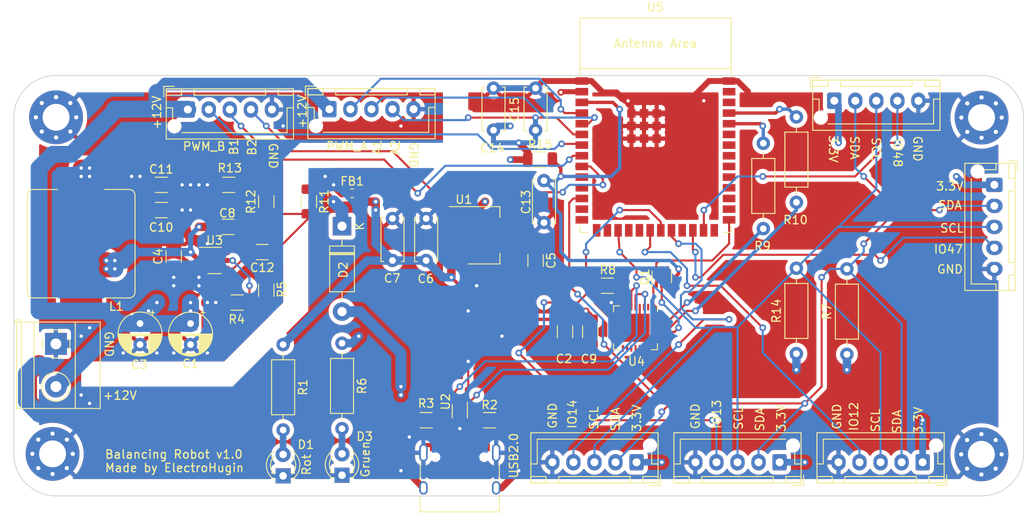
<source format=kicad_pcb>
(kicad_pcb (version 20221018) (generator pcbnew)
  (layers (0 "F.Cu" signal) (1 "In1.Cu" power) (2 "In2.Cu" power) (31 "B.Cu" signal) (34 "B.Paste" user) (35 "F.Paste" user) (36 "B.SilkS" user "B.Silkscreen") (37 "F.SilkS" user "F.Silkscreen") (38 "B.Mask" user) (39 "F.Mask" user) (44 "Edge.Cuts" user))
  (net 0 "")
  (net 1 "+5V")
  (net 2 "GND")
  (net 3 "+12VA")
  (net 4 "+3.3V")
  (net 5 "Net-(U3-BOOT)")
  (net 6 "Net-(U3-SW)")
  (net 7 "+5VP")
  (net 8 "Net-(U3-FB)")
  (net 9 "/EN")
  (net 10 "Net-(D1-A)")
  (net 11 "Net-(D2-A)")
  (net 12 "Net-(D3-A)")
  (net 13 "Net-(J2-CC1)")
  (net 14 "Net-(J2-D+-PadA6)")
  (net 15 "Net-(J2-D--PadA7)")
  (net 17 "Net-(J2-CC2)")
  (net 19 "/SDA")
  (net 20 "/SCL")
  (net 21 "/PWM_A")
  (net 22 "/A1")
  (net 23 "/A2")
  (net 24 "/PWM_B")
  (net 25 "/B1")
  (net 26 "/B2")
  (net 27 "/DTR")
  (net 28 "/RTS")
  (net 29 "/IO0")
  (net 30 "Net-(U3-EN)")
  (net 31 "+3.3VA")
  (net 32 "Net-(U4-~{RST})")
  (net 33 "Net-(U4-TXD)")
  (net 34 "/RXD")
  (net 35 "Net-(U4-RXD)")
  (net 36 "/TXD")
  (net 37 "Net-(U4-D-)")
  (net 38 "Net-(U4-D+)")
  (net 74 "Net-(C12-Pad1)")
  (net 77 "/RES_1")
  (net 78 "/MPU6050")
  (net 79 "/RES_2")
  (net 80 "/VL53L0X")
  (net 81 "/RES_3")
  (footprint "TerminalBlock_Phoenix:TerminalBlock_Phoenix_MKDS-1,5-2-5.08_1x02_P5.08mm_Horizontal" (layer "F.Cu") (at 98 99.92 -90)
    (fp_text reference "J1" hide)
    (fp_text value "Screw_Terminal_01x02")
  )
  (footprint "Package_TO_SOT_SMD:SOT-363_SC-70-6" (layer "F.Cu") (at 170 91.95 90)
    (fp_text reference "Q1")
    (fp_text value "UMH3N")
  )
  (footprint "Capacitor_SMD:C_1206_3216Metric" (layer "F.Cu") (at 158.5 98.475 -90)
    (fp_text reference "C2")
    (fp_text value "22u")
  )
  (footprint "LED_THT:LED_D3.0mm" (layer "F.Cu") (at 132 115.54 90)
    (fp_text reference "D3")
    (fp_text value "GREEN")
  )
  (footprint "Capacitor_THT:C_Disc_D5.0mm_W2.5mm_P5.00mm" (layer "F.Cu") (at 155 74.5 90)
    (fp_text reference "C15")
    (fp_text value "100n")
  )
  (footprint "MountingHole:MountingHole_3.2mm_M3_Pad_Via" (layer "F.Cu") (at 97.6 113)
    (fp_text reference "H3" hide)
    (fp_text value "Hole_Pad")
  )
  (footprint "Connector_JST:JST_XH_B5B-XH-AM_1x05_P2.50mm_Vertical" (layer "F.Cu") (at 184 114 180)
    (fp_text reference "J5" hide)
    (fp_text value "Conn_01x05")
  )
  (footprint "Connector_JST:JST_XH_B5B-XH-AM_1x05_P2.50mm_Vertical" (layer "F.Cu") (at 201 114 180)
    (fp_text reference "J3" hide)
    (fp_text value "Conn_01x05")
  )
  (footprint "Resistor_SMD:R_1206_3216Metric" (layer "F.Cu") (at 149.5375 109)
    (fp_text reference "R2")
    (fp_text value "5k1")
  )
  (footprint "Capacitor_SMD:C_1206_3216Metric" (layer "F.Cu") (at 161.5 98.475 -90)
    (fp_text reference "C9")
    (fp_text value "4u7")
  )
  (footprint "Connector_JST:JST_XH_B5B-XH-AM_1x05_P2.50mm_Vertical" (layer "F.Cu") (at 209.525 81 -90)
    (fp_text reference "J4" hide)
    (fp_text value "Conn_01x05")
  )
  (footprint "Diode_THT:D_DO-41_SOD81_P10.16mm_Horizontal" (layer "F.Cu") (at 132 85.92 -90)
    (fp_text reference "D2")
    (fp_text value "1N5819")
  )
  (footprint "Connector_USB:USB_C_Receptacle_HRO_TYPE-C-31-M-12" (layer "F.Cu") (at 146 116)
    (fp_text reference "J2" hide)
    (fp_text value "USB_C_Receptacle_USB2.0")
  )
  (footprint "Connector_JST:JST_XH_B5B-XH-AM_1x05_P2.50mm_Vertical" (layer "F.Cu") (at 130.5 72)
    (fp_text reference "J8" hide)
    (fp_text value "Conn_01x05")
  )
  (footprint "MountingHole:MountingHole_3.2mm_M3_Pad_Via" (layer "F.Cu") (at 208 73)
    (fp_text reference "H1" hide)
    (fp_text value "Hole_Pad")
  )
  (footprint "Capacitor_THT:C_Disc_D5.0mm_W2.5mm_P5.00mm" (layer "F.Cu") (at 156 80.5 -90)
    (fp_text reference "C13")
    (fp_text value "100n")
  )
  (footprint "LED_THT:LED_D3.0mm" (layer "F.Cu") (at 125 115.62 90)
    (fp_text reference "D1")
    (fp_text value "RED")
  )
  (footprint "Resistor_THT:R_Axial_DIN0207_L6.3mm_D2.5mm_P10.16mm_Horizontal" (layer "F.Cu") (at 182.06309 86.213588 90)
    (fp_text reference "R9")
    (fp_text value "22R")
  )
  (footprint "Inductor_SMD:L_0603_1608Metric" (layer "F.Cu") (at 133.2125 82)
    (fp_text reference "FB1")
    (fp_text value "BLM21PG221")
  )
  (footprint "MountingHole:MountingHole_3.2mm_M3_Pad_Via" (layer "F.Cu") (at 98.017235 72.965203)
    (fp_text reference "H2" hide)
    (fp_text value "Hole_Pad")
  )
  (footprint "Capacitor_SMD:C_1206_3216Metric" (layer "F.Cu") (at 112 89.525 90)
    (fp_text reference "C4")
    (fp_text value "0.1u")
  )
  (footprint "Connector_JST:JST_XH_B5B-XH-AM_1x05_P2.50mm_Vertical" (layer "F.Cu") (at 167 114 180)
    (fp_text reference "J7" hide)
    (fp_text value "Conn_01x05")
  )
  (footprint "Capacitor_SMD:C_1206_3216Metric" (layer "F.Cu") (at 155 90 -90)
    (fp_text reference "C5")
    (fp_text value "22u")
  )
  (footprint "Resistor_SMD:R_1206_3216Metric" (layer "F.Cu") (at 155.5375 78)
    (fp_text reference "R15")
    (fp_text value "10k")
  )
  (footprint "Resistor_THT:R_Axial_DIN0207_L6.3mm_D2.5mm_P10.16mm_Horizontal" (layer "F.Cu") (at 186 83.08 90)
    (fp_text reference "R10")
    (fp_text value "22R")
  )
  (footprint "Capacitor_THT:CP_Radial_D5.0mm_P2.50mm" (layer "F.Cu") (at 108 97.5 -90)
    (fp_text reference "C3")
    (fp_text value "10u")
  )
  (footprint "Capacitor_THT:C_Disc_D5.0mm_W2.5mm_P5.00mm" (layer "F.Cu") (at 142 90 90)
    (fp_text reference "C6")
    (fp_text value "22u")
  )
  (footprint "Capacitor_SMD:C_1206_3216Metric" (layer "F.Cu") (at 110.525 84)
    (fp_text reference "C10")
    (fp_text value "22u")
  )
  (footprint "Capacitor_THT:C_Disc_D5.0mm_W2.5mm_P5.00mm" (layer "F.Cu") (at 138 90 90)
    (fp_text reference "C7")
    (fp_text value "100n")
  )
  (footprint "Resistor_SMD:R_1206_3216Metric" (layer "F.Cu") (at 118.5375 81 180)
    (fp_text reference "R13")
    (fp_text value "13k3")
  )
  (footprint "Resistor_THT:R_Axial_DIN0207_L6.3mm_D2.5mm_P10.16mm_Horizontal" (layer "F.Cu") (at 186 101.08 90)
    (fp_text reference "R14")
    (fp_text value "3k3")
  )
  (footprint "Resistor_SMD:R_1206_3216Metric" (layer "F.Cu") (at 123 93.5375 90)
    (fp_text reference "R5")
    (fp_text value "105k")
  )
  (footprint "Connector_JST:JST_XH_B5B-XH-AM_1x05_P2.50mm_Vertical" (layer "F.Cu") (at 190.5 71)
    (fp_text reference "J6" hide)
    (fp_text value "Conn_01x05")
  )
  (footprint "Capacitor_THT:C_Disc_D5.0mm_W2.5mm_P5.00mm" (layer "F.Cu") (at 150 74.5 90)
    (fp_text reference "C14")
    (fp_text value "22u")
  )
  (footprint "Resistor_SMD:R_1206_3216Metric" (layer "F.Cu") (at 128.063184 82.981592 -90)
    (fp_text reference "R11")
    (fp_text value "49.9")
  )
  (footprint "Inductor_SMD:L_Bourns_SRP1245A" (layer "F.Cu") (at 101 88 90)
    (fp_text reference "L1")
    (fp_text value "10u")
  )
  (footprint "Capacitor_SMD:C_1206_3216Metric" (layer "F.Cu") (at 110.525 81)
    (fp_text reference "C11")
    (fp_text value "22u")
  )
  (footprint "Resistor_SMD:R_1206_3216Metric" (layer "F.Cu") (at 142 109 180)
    (fp_text reference "R3")
    (fp_text value "5k1")
  )
  (footprint "Capacitor_SMD:C_1206_3216Metric" (layer "F.Cu") (at 122.525 89 180)
    (fp_text reference "C12")
    (fp_text value "75p")
  )
  (footprint "Resistor_THT:R_Axial_DIN0207_L6.3mm_D2.5mm_P10.16mm_Horizontal" (layer "F.Cu") (at 125 100 -90)
    (fp_text reference "R1")
    (fp_text value "1K")
  )
  (footprint "Resistor_SMD:R_1206_3216Metric" (layer "F.Cu") (at 123 83 90)
    (fp_text reference "R12")
    (fp_text value "100k")
  )
  (footprint "Resistor_THT:R_Axial_DIN0207_L6.3mm_D2.5mm_P10.16mm_Horizontal" (layer "F.Cu") (at 132 99.84 -90)
    (fp_text reference "R6")
    (fp_text value "1K")
  )
  (footprint "PCM_Espressif:ESP32-S3-WROOM-2" (layer "F.Cu") (at 169.25 76.91)
    (fp_text reference "U5")
    (fp_text value "ESP32-S3-WROOM-2")
  )
  (footprint "Package_TO_SOT_SMD:SOT-223-3_TabPin2" (layer "F.Cu") (at 148.85 87)
    (fp_text reference "U1")
    (fp_text value "TLV1117LV-3.3")
  )
  (footprint "Package_TO_SOT_SMD:SOT-666" (layer "F.Cu") (at 146 107.925 -90)
    (fp_text reference "U2")
    (fp_text value "USBLC6-2P6")
  )
  (footprint "Resistor_THT:R_Axial_DIN0207_L6.3mm_D2.5mm_P10.16mm_Horizontal" (layer "F.Cu") (at 192 101.16 90)
    (fp_text reference "R7")
    (fp_text value "3k3")
  )
  (footprint "Package_DFN_QFN:QFN-28-1EP_5x5mm_P0.5mm_EP3.35x3.35mm" (layer "F.Cu") (at 166.88 98 -90)
    (fp_text reference "U4")
    (fp_text value "CP2102N-Axx-xQFN28")
  )
  (footprint "Capacitor_SMD:C_1206_3216Metric" (layer "F.Cu") (at 118.475 86 180)
    (fp_text reference "C8")
    (fp_text value "0.1u")
  )
  (footprint "Resistor_SMD:R_1206_3216Metric" (layer "F.Cu") (at 163.5375 93 180)
    (fp_text reference "R8")
    (fp_text value "10k")
  )
  (footprint "Package_TO_SOT_SMD:SOT-23-6" (layer "F.Cu") (at 116.8625 90)
    (fp_text reference "U3")
    (fp_text value "TPS54302")
  )
  (footprint "MountingHole:MountingHole_3.2mm_M3_Pad_Via" (layer "F.Cu") (at 207.982076 113.056981)
    (fp_text reference "H4" hide)
    (fp_text value "Hole_Pad")
  )
  (footprint "Connector_JST:JST_XH_B5B-XH-AM_1x05_P2.50mm_Vertical" (layer "F.Cu") (at 113.673618 72.037026)
    (fp_text reference "J9" hide)
    (fp_text value "Conn_01x05")
  )
  (footprint "Capacitor_THT:CP_Radial_D5.0mm_P2.50mm" (layer "F.Cu") (at 114 97.5 -90)
    (fp_text reference "C1")
    (fp_text value "1u")
  )
  (footprint "Resistor_SMD:R_1206_3216Metric" (layer "F.Cu") (at 119.5375 95)
    (fp_text reference "R4")
    (fp_text value "511k")
  )
  (gr_arc (start 208 68) (mid 211.535534 69.464466) (end 213 73) (stroke (width 0.1)) (layer "Edge.Cuts"))
  (gr_arc (start 213 113) (mid 211.535534 116.535534) (end 208 118) (stroke (width 0.1)) (layer "Edge.Cuts"))
  (gr_line (start 93 73) (end 93 113) (stroke (width 0.1)) (layer "Edge.Cuts"))
  (gr_arc (start 98 118) (mid 94.464466 116.535534) (end 93 113) (stroke (width 0.1)) (layer "Edge.Cuts"))
  (gr_line (start 98 118) (end 208 118) (stroke (width 0.1)) (layer "Edge.Cuts"))
  (gr_line (start 213 113) (end 213 73) (stroke (width 0.1)) (layer "Edge.Cuts"))
  (gr_line (start 208 68) (end 98 68) (stroke (width 0.1)) (layer "Edge.Cuts"))
  (gr_arc (start 93 73) (mid 94.464466 69.464466) (end 98 68) (stroke (width 0.1)) (layer "Edge.Cuts"))
  (gr_text "SDA" (at 165.072107 110.390862 90) (layer "F.SilkS") (effects (font (size 1 1)) (justify left bottom)))
  (gr_text "3.3V" (at 189.792273 75.010546 270) (layer "F.SilkS") (effects (font (size 1 1)) (justify left bottom)))
  (gr_text "3.3V" (at 201.077381 110.736475 90) (layer "F.SilkS") (effects (font (size 1 1)) (justify left bottom)))
  (gr_text "GND" (at 103.707784 98.330964 -90) (layer "F.SilkS") (effects (font (size 1 1)) (justify left bottom)))
  (gr_text "PWM_A" (at 130.02797 76.985898) (layer "F.SilkS") (effects (font (size 1 1)) (justify left bottom)))
  (gr_text "GND" (at 157.60564 110.084489 90) (layer "F.SilkS") (effects (font (size 1 1)) (justify left bottom)))
  (gr_text "A2" (at 138.925711 77.577438 90) (layer "F.SilkS") (effects (font (size 1 1)) (justify left bottom)))
  (gr_text "IO47" (at 202.25 89.25) (layer "F.SilkS") (effects (font (size 1 1)) (justify left bottom)))
  (gr_text "GND" (at 174.577323 110.154992 90) (layer "F.SilkS") (effects (font (size 1 1)) (justify left bottom)))
  (gr_text "SCL" (at 196 110.49 90) (layer "F.SilkS") (effects (font (size 1 1)) (justify left bottom)))
  (gr_text "SCL" (at 203 86.75) (layer "F.SilkS") (effects (font (size 1 1)) (justify left bottom)))
  (gr_text "SCL" (at 194.869654 75.257021 270) (layer "F.SilkS") (effects (font (size 1 1)) (justify left bottom)))
  (gr_text "PWM_B" (at 112.996561 77.010546) (layer "F.SilkS") (effects (font (size 1 1)) (justify left bottom)))
  (gr_text "+12V" (at 110.581108 74.496503 90) (layer "F.SilkS") (effects (font (size 1 1)) (justify left bottom)))
  (gr_text "3.3V" (at 184.785395 110.471827 90) (layer "F.SilkS") (effects (font (size 1 1)) (justify left bottom)))
  (gr_text "Gruen" (at 135.355496 115.89264 90) (layer "F.SilkS") (effects (font (size 1 1)) (justify left bottom)))
  (gr_text "SDA" (at 202.75 84) (layer "F.SilkS") (effects (font (size 1 1)) (justify left bottom)))
  (gr_text "IO48" (at 197.45764 75.380258 270) (layer "F.SilkS") (effects (font (size 1 1)) (justify left bottom)))
  (gr_text "SDA" (at 198.53869 110.662532 90) (layer "F.SilkS") (effects (font (size 1 1)) (justify left bottom)))
  (gr_text "IO14" (at 159.945431 110.095093 90) (layer "F.SilkS") (effects (font (size 1 1)) (justify left bottom)))
  (gr_text "A1" (at 136.756732 77.528143 90) (layer "F.SilkS") (effects (font (size 1 1)) (justify left bottom)))
  (gr_text "GND" (at 123.23782 75.927834 -90) (layer "F.SilkS") (effects (font (size 1 1)) (justify left bottom)))
  (gr_text "+12V" (at 127.858992 74.373266 90) (layer "F.SilkS") (effects (font (size 1 1)) (justify left bottom)))
  (gr_text "SDA" (at 182.246704 110.397884 90) (layer "F.SilkS") (effects (font (size 1 1)) (justify left bottom)))
  (gr_text "GND" (at 139.911841 75.81692 -90) (layer "F.SilkS") (effects (font (size 1 1)) (justify left bottom)))
  (gr_text "+12V" (at 103.514043 106.637395) (layer "F.SilkS") (effects (font (size 1 1)) (justify left bottom)))
  (gr_text "USB2.0" (at 153 116 90) (layer "F.SilkS") (effects (font (size 1 1)) (justify left bottom)))
  (gr_text "IO13" (at 177.120028 110.102115 90) (layer "F.SilkS") (effects (font (size 1 1)) (justify left bottom)))
  (gr_text "GND" (at 202.632064 91.630287) (layer "F.SilkS") (effects (font (size 1 1)) (justify left bottom)))
  (gr_text "B1" (at 119.725323 77.552791 -270) (layer "F.SilkS") (effects (font (size 1 1)) (justify left bottom)))
  (gr_text "IO12" (at 193.412014 110.366763 90) (layer "F.SilkS") (effects (font (size 1 1)) (justify left bottom)))
  (gr_text "SCL" (at 179.708014 110.225352 90) (layer "F.SilkS") (effects (font (size 1 1)) (justify left bottom)))
  (gr_text "Balancing Robot v1.0\nMade by ElectroHugin" (at 103.75 115.25) (layer "F.SilkS") (effects (font (size 1 1)) (justify left bottom)))
  (gr_text "Rot" (at 128.367935 115.633841 90) (layer "F.SilkS") (effects (font (size 1 1)) (justify left bottom)))
  (gr_text "B2" (at 121.894302 77.602086 90) (layer "F.SilkS") (effects (font (size 1 1)) (justify left bottom)))
  (gr_text "GND" (at 191.399229 110.191964 90) (layer "F.SilkS") (effects (font (size 1 1)) (justify left bottom)))
  (gr_text "GND" (at 199.81692 75.08105 -90) (layer "F.SilkS") (effects (font (size 1 1)) (justify left bottom)))
  (gr_text "3.3V" (at 202.5 81.75) (layer "F.SilkS") (effects (font (size 1 1)) (justify left bottom)))
  (gr_text "SCL" (at 162.533417 110.21833 90) (layer "F.SilkS") (effects (font (size 1 1)) (justify left bottom)))
  (gr_text "3.3V" (at 167.610798 110.464805 90) (layer "F.SilkS") (effects (font (size 1 1)) (justify left bottom)))
  (gr_text "SDA" (at 192.330964 75.084489 270) (layer "F.SilkS") (effects (font (size 1 1)) (justify left bottom)))
  (segment (start 96 102.25) (end 94.75 103.5) (width 2) (layer "F.Cu") (net 0))
  (segment (start 94.75 103.5) (end 94.75 106.75) (width 2) (layer "F.Cu") (net 0))
  (segment (start 94.75 106.75) (end 96.25 108.25) (width 2) (layer "F.Cu") (net 0))
  (segment (start 96 108.25) (end 97.25 108.25) (width 2) (layer "B.Cu") (net 0))
  (segment (start 95.5 102.5) (end 94.5 103.5) (width 2) (layer "B.Cu") (net 0))
  (segment (start 97 102.5) (end 95.5 102.5) (width 2) (layer "B.Cu") (net 0))
  (segment (start 94.5 106.75) (end 96 108.25) (width 2) (layer "B.Cu") (net 0))
  (segment (start 94.5 103.5) (end 94.5 106.75) (width 2) (layer "B.Cu") (net 0))
  (segment (start 164.55 95.55) (end 164 95) (width 0.25) (layer "F.Cu") (net 1))
  (segment (start 146.725 105.275) (end 147 105) (width 0.25) (layer "F.Cu") (net 1))
  (segment (start 146 106.425) (end 146.725 105.7) (width 0.25) (layer "F.Cu") (net 1))
  (segment (start 164.43 96.5) (end 164 96.07) (width 0.25) (layer "F.Cu") (net 1))
  (segment (start 165.38 95.55) (end 164.55 95.55) (width 0.25) (layer "F.Cu") (net 1))
  (segment (start 158.5 97) (end 161.5 97) (width 0.6) (layer "F.Cu") (net 1))
  (segment (start 146.725 93.725) (end 145 92) (width 0.4) (layer "F.Cu") (net 1))
  (segment (start 147 95) (end 147 96) (width 0.4) (layer "F.Cu") (net 1))
  (segment (start 153 97) (end 158.5 97) (width 0.4) (layer "F.Cu") (net 1))
  (segment (start 145 90) (end 145.7 89.3) (width 1) (layer "F.Cu") (net 1))
  (segment (start 135 83) (end 134 82) (width 1) (layer "F.Cu") (net 1))
  (segment (start 146.725 93.725) (end 147 94) (width 0.4) (layer "F.Cu") (net 1))
  (segment (start 161.5 96.5) (end 161 96) (width 0.6) (layer "F.Cu") (net 1))
  (segment (start 136 83) (end 135 83) (width 1) (layer "F.Cu") (net 1))
  (segment (start 147 105) (end 147 102) (width 0.25) (layer "F.Cu") (net 1))
  (segment (start 151 99) (end 153 97) (width 0.4) (layer "F.Cu") (net 1))
  (segment (start 147 94) (end 147 95) (width 0.4) (layer "F.Cu") (net 1))
  (segment (start 146 107) (end 146 106.425) (width 0.25) (layer "F.Cu") (net 1))
  (segment (start 164 96.07) (end 164 95) (width 0.25) (layer "F.Cu") (net 1))
  (segment (start 145 92) (end 145 90) (width 1) (layer "F.Cu") (net 1))
  (segment (start 146.725 105.7) (end 146.725 105.275) (width 0.25) (layer "F.Cu") (net 1))
  (segment (start 161.5 97) (end 161.5 96.5) (width 0.6) (layer "F.Cu") (net 1))
  (segment (start 136 84) (end 136 83) (width 1) (layer "F.Cu") (net 1))
  (via (at 136 83) (size 0.8) (drill 0.4) (layers "F.Cu" "B.Cu") (net 1))
  (via blind (at 147 102) (size 0.8) (drill 0.4) (layers "F.Cu" "In2.Cu") (net 1))
  (via (at 145 92) (size 0.8) (drill 0.4) (layers "F.Cu" "B.Cu") (net 1))
  (via blind (at 147 96) (size 0.8) (drill 0.4) (layers "F.Cu" "In2.Cu") (net 1))
  (via blind (at 164 95) (size 0.8) (drill 0.4) (layers "F.Cu" "In2.Cu") (net 1))
  (via blind (at 151 99) (size 0.8) (drill 0.4) (layers "F.Cu" "In2.Cu") (net 1))
  (via (at 136 84) (size 0.8) (drill 0.4) (layers "F.Cu" "B.Cu") (net 1))
  (via blind (at 161 96) (size 0.8) (drill 0.4) (layers "F.Cu" "In2.Cu") (net 1))
  (segment (start 138 90) (end 136 88) (width 1) (layer "B.Cu") (net 1))
  (segment (start 135 90) (end 138 90) (width 1) (layer "B.Cu") (net 1))
  (segment (start 142 90) (end 144 92) (width 1) (layer "B.Cu") (net 1))
  (segment (start 144 92) (end 145 92) (width 1) (layer "B.Cu") (net 1))
  (segment (start 138 90) (end 142 90) (width 1) (layer "B.Cu") (net 1))
  (segment (start 125 100) (end 135 90) (width 1) (layer "B.Cu") (net 1))
  (segment (start 136 88) (end 136 84) (width 1) (layer "B.Cu") (net 1))
  (segment (start 139.63 115) (end 139 115) (width 0.8) (layer "F.Cu") (net 2))
  (segment (start 173.5 72.5) (end 169.39 72.5) (width 0.7) (layer "F.Cu") (net 2))
  (segment (start 167.38 97.5) (end 166.88 98) (width 0.25) (layer "F.Cu") (net 2))
  (segment (start 179 68.65) (end 180.25 69.9) (width 0.7) (layer "F.Cu") (net 2))
  (segment (start 140.5375 109) (end 140.5375 106.4625) (width 0.25) (layer "F.Cu") (net 2))
  (segment (start 166.88 98) (end 171.13 102.25) (width 0.25) (layer "F.Cu") (net 2))
  (segment (start 155.85 68.65) (end 155 69.5) (width 0.7) (layer "F.Cu") (net 2))
  (segment (start 166.39 71.75) (end 166.39 72.5) (width 0.7) (layer "F.Cu") (net 2))
  (segment (start 177.35 68.65) (end 175.6 68.65) (width 0.7) (layer "F.Cu") (net 2))
  (segment (start 160.5 68.65) (end 161.65 68.65) (width 0.7) (layer "F.Cu") (net 2))
  (segment (start 174 70.25) (end 174.75 71) (width 0.7) (layer "F.Cu") (net 2))
  (segment (start 146 108.85) (end 146 110) (width 0.25) (layer "F.Cu") (net 2))
  (segment (start 178 68.65) (end 177.35 68.65) (width 0.25) (layer "F.Cu") (net 2))
  (segment (start 141.68 117.05) (end 139.63 115) (width 0.8) (layer "F.Cu") (net 2))
  (segment (start 163 70) (end 164.64 70) (width 0.7) (layer "F.Cu") (net 2))
  (segment (start 150.32 117.05) (end 150.95 117.05) (width 0.8) (layer "F.Cu") (net 2))
  (segment (start 175 71) (end 173.5 72.5) (width 0.7) (layer "F.Cu") (net 2))
  (segment (start 150.95 117.05) (end 153 115) (width 0.8) (layer "F.Cu") (net 2))
  (segment (start 161.65 68.65) (end 163 70) (width 0.7) (layer "F.Cu") (net 2))
  (segment (start 175.6 68.65) (end 174 70.25) (width 0.7) (layer "F.Cu") (net 2))
  (segment (start 171.13 102.25) (end 173.75 102.25) (width 0.25) (layer "F.Cu") (net 2))
  (segment (start 166 71.36) (end 166.39 71.75) (width 0.7) (layer "F.Cu") (net 2))
  (segment (start 164.64 70) (end 165.64 71) (width 0.7) (layer "F.Cu") (net 2))
  (segment (start 140.5375 106.4625) (end 141.125 105.875) (width 0.25) (layer "F.Cu") (net 2))
  (segment (start 166 71) (end 166 71.36) (width 0.7) (layer "F.Cu") (net 2))
  (segment (start 178 68.65) (end 179 68.65) (width 0.7) (layer "F.Cu") (net 2))
  (segment (start 167.38 95.55) (end 167.38 97.5) (width 0.25) (layer "F.Cu") (net 2))
  (segment (start 160.5 68.65) (end 155.85 68.65) (width 0.7) (layer "F.Cu") (net 2))
  (segment (start 180.25 69.9) (end 180.25 70.75) (width 0.7) (layer "F.Cu") (net 2))
  (segment (start 165.64 71) (end 166 71) (width 0.7) (layer "F.Cu") (net 2))
  (segment (start 174.75 71) (end 175 71) (width 0.7) (layer "F.Cu") (net 2))
  (via blind (at 125 74) (size 0.8) (drill 0.4) (layers "F.Cu" "In1.Cu") (net 2))
  (via blind (at 175 71) (size 0.8) (drill 0.4) (layers "F.Cu" "In1.Cu") (net 2))
  (via blind (at 166 71) (size 0.8) (drill 0.4) (layers "F.Cu" "In1.Cu") (net 2))
  (via blind (at 116 81) (size 0.8) (drill 0.4) (layers "F.Cu" "In1.Cu") (net 2))
  (via blind (at 114 81) (size 0.8) (drill 0.4) (layers "F.Cu" "In1.Cu") (net 2))
  (via blind (at 115 81) (size 0.8) (drill 0.4) (layers "F.Cu" "In1.Cu") (net 2))
  (via blind (at 101 106) (size 0.8) (drill 0.4) (layers "F.Cu" "In1.Cu") (net 2))
  (via blind (at 139 74) (size 0.8) (drill 0.4) (layers "F.Cu" "In1.Cu") (net 2))
  (via blind (at 146 110) (size 0.8) (drill 0.4) (layers "F.Cu" "In1.Cu") (net 2))
  (via blind (at 102 98) (size 0.8) (drill 0.4) (layers "F.Cu" "In1.Cu") (net 2))
  (via blind (at 114 84) (size 0.8) (drill 0.4) (layers "F.Cu" "In1.Cu") (net 2))
  (via blind (at 101 99) (size 0.8) (drill 0.4) (layers "F.Cu" "In1.Cu") (net 2))
  (via blind (at 102 107) (size 0.8) (drill 0.4) (layers "F.Cu" "In1.Cu") (net 2))
  (via blind (at 113 81) (size 0.8) (drill 0.4) (layers "F.Cu" "In1.Cu") (net 2))
  (via blind (at 113 84) (size 0.8) (drill 0.4) (layers "F.Cu" "In1.Cu") (net 2))
  (via blind (at 116 88) (size 0.8) (drill 0.4) (layers "F.Cu" "In1.Cu") (net 2))
  (via blind (at 139 115) (size 0.8) (drill 0.4) (layers "F.Cu" "In1.Cu") (net 2))
  (via blind (at 153 115) (size 0.8) (drill 0.4) (layers "F.Cu" "In1.Cu") (net 2))
  (via blind (at 116 101) (size 0.8) (drill 0.4) (layers "In1.Cu" "B.Cu") (net 2))
  (via blind (at 112 101) (size 0.8) (drill 0.4) (layers "In1.Cu" "B.Cu") (net 2))
  (via blind (at 106 101) (size 0.8) (drill 0.4) (layers "In1.Cu" "B.Cu") (net 2))
  (via blind (at 110 101) (size 0.8) (drill 0.4) (layers "In1.Cu" "B.Cu") (net 2))
  (segment (start 100.5 98.25) (end 100.625 98.125) (width 1) (layer "B.Cu") (net 2))
  (segment (start 100.08 99.92) (end 101 99) (width 1) (layer "B.Cu") (net 2))
  (segment (start 100.5 98.5) (end 101 99) (width 1) (layer "B.Cu") (net 2))
  (segment (start 98 99.92) (end 100.08 99.92) (width 1) (layer "B.Cu") (net 2))
  (segment (start 150 69.5) (end 155 69.5) (width 0.7) (layer "B.Cu") (net 2))
  (segment (start 100.5 98.25) (end 100.5 98.5) (width 1) (layer "B.Cu") (net 2))
  (segment (start 118.075 95) (end 117 95) (width 1.5) (layer "F.Cu") (net 3))
  (segment (start 115.725 90.95) (end 115 91.675) (width 0.8) (layer "F.Cu") (net 3))
  (segment (start 115 93) (end 115 92) (width 0.8) (layer "F.Cu") (net 3))
  (segment (start 117 95) (end 116 95) (width 1.5) (layer "F.Cu") (net 3))
  (segment (start 112 92) (end 112 93) (width 1.5) (layer "F.Cu") (net 3))
  (segment (start 115 91.675) (end 115 92) (width 0.8) (layer "F.Cu") (net 3))
  (segment (start 112 91) (end 112 92) (width 1.5) (layer "F.Cu") (net 3))
  (via blind (at 112 93) (size 0.8) (drill 0.4) (layers "F.Cu" "In2.Cu") (net 3))
  (via blind (at 115 93) (size 0.8) (drill 0.4) (layers "F.Cu" "In2.Cu") (net 3))
  (via blind (at 115 92) (size 0.8) (drill 0.4) (layers "F.Cu" "In2.Cu") (net 3))
  (via blind (at 112 92) (size 0.8) (drill 0.4) (layers "F.Cu" "In2.Cu") (net 3))
  (via blind (at 117 95) (size 0.8) (drill 0.4) (layers "F.Cu" "In2.Cu") (net 3))
  (via blind (at 116 95) (size 0.8) (drill 0.4) (layers "F.Cu" "In2.Cu") (net 3))
  (via blind (at 109 96) (size 0.8) (drill 0.4) (layers "In2.Cu" "B.Cu") (net 3))
  (via blind (at 114 96) (size 0.8) (drill 0.4) (layers "In2.Cu" "B.Cu") (net 3))
  (via blind (at 114 95) (size 0.8) (drill 0.4) (layers "In2.Cu" "B.Cu") (net 3))
  (via blind (at 110 95) (size 0.8) (drill 0.4) (layers "In2.Cu" "B.Cu") (net 3))
  (segment (start 111 69) (end 127.5 69) (width 1.5) (layer "B.Cu") (net 3))
  (segment (start 105.5 97.5) (end 108 97.5) (width 2) (layer "B.Cu") (net 3))
  (segment (start 109 96) (end 110 95) (width 2) (layer "B.Cu") (net 3))
  (segment (start 105.5 97.5) (end 104 96) (width 2) (layer "B.Cu") (net 3))
  (segment (start 105 72.204978) (end 105 72) (width 2) (layer "B.Cu") (net 3))
  (segment (start 114 97.5) (end 114 95) (width 2) (layer "B.Cu") (net 3))
  (segment (start 108 97) (end 109 96) (width 2) (layer "B.Cu") (net 3))
  (segment (start 110 72) (end 113.636592 72) (width 2) (layer "B.Cu") (net 3))
  (segment (start 108 97.5) (end 108 97) (width 2) (layer "B.Cu") (net 3))
  (segment (start 114 96) (end 114 95) (width 2) (layer "B.Cu") (net 3))
  (segment (start 96 96) (end 96 79) (width 2) (layer "B.Cu") (net 3))
  (segment (start 110 72) (end 110 70) (width 2) (layer "B.Cu") (net 3))
  (segment (start 105 72) (end 110 72) (width 2) (layer "B.Cu") (net 3))
  (segment (start 110 70) (end 111 69) (width 1.5) (layer "B.Cu") (net 3))
  (segment (start 98 105) (end 105.5 97.5) (width 2) (layer "B.Cu") (net 3))
  (segment (start 96 79) (end 97.634797 77.365203) (width 2) (layer "B.Cu") (net 3))
  (segment (start 113.636592 72) (end 113.673618 72.037026) (width 2) (layer "B.Cu") (net 3))
  (segment (start 127.5 69) (end 130.5 72) (width 1.5) (layer "B.Cu") (net 3))
  (segment (start 104 96) (end 96 96) (width 2) (layer "B.Cu") (net 3))
  (segment (start 97.634797 77.365203) (end 99.839775 77.365203) (width 2) (layer "B.Cu") (net 3))
  (segment (start 99.839775 77.365203) (end 105 72.204978) (width 2) (layer "B.Cu") (net 3))
  (segment (start 108 97.5) (end 114 97.5) (width 2) (layer "B.Cu") (net 3))
  (segment (start 114 97.5) (end 114 96) (width 2) (layer "B.Cu") (net 3))
  (segment (start 145.7 87) (end 148 87) (width 1.35) (layer "F.Cu") (net 4))
  (segment (start 152 87) (end 152 89) (width 1) (layer "F.Cu") (net 4))
  (segment (start 154.075 78) (end 152 78) (width 0.8) (layer "F.Cu") (net 4))
  (segment (start 155 88.525) (end 153.475 87) (width 1) (layer "F.Cu") (net 4))
  (segment (start 148 84) (end 149 83) (width 1) (layer "F.Cu") (net 4))
  (segment (start 148 87) (end 152 87) (width 1.35) (layer "F.Cu") (net 4))
  (segment (start 148 87) (end 148 84) (width 1) (layer "F.Cu") (net 4))
  (segment (start 153.475 87) (end 152 87) (width 1) (layer "F.Cu") (net 4))
  (segment (start 160.5 69.92) (end 158.08 69.92) (width 0.6) (layer "F.Cu") (net 4))
  (segment (start 148 93) (end 148 87) (width 1.5) (layer "F.Cu") (net 4))
  (segment (start 152 89) (end 148 93) (width 1) (layer "F.Cu") (net 4))
  (segment (start 158.08 69.92) (end 158 70) (width 0.25) (layer "F.Cu") (net 4))
  (segment (start 154.075 78) (end 154.075 77.075) (width 0.8) (layer "F.Cu") (net 4))
  (segment (start 154.075 77.075) (end 153 76) (width 0.8) (layer "F.Cu") (net 4))
  (via blind (at 158 70) (size 0.8) (drill 0.4) (layers "F.Cu" "In2.Cu") (net 4))
  (via (at 153 76) (size 0.8) (drill 0.4) (layers "F.Cu" "B.Cu") (net 4))
  (via blind (at 148 93) (size 0.8) (drill 0.4) (layers "F.Cu" "In2.Cu") (net 4))
  (via (at 152 78) (size 0.8) (drill 0.4) (layers "F.Cu" "B.Cu") (net 4))
  (via (at 149 83) (size 0.8) (drill 0.4) (layers "F.Cu" "B.Cu") (net 4))
  (via (at 205 80) (size 0.8) (drill 0.4) (layers "F.Cu" "B.Cu") (net 4))
  (via (at 191 76) (size 0.8) (drill 0.4) (layers "F.Cu" "B.Cu") (net 4))
  (via blind (at 155 73) (size 0.8) (drill 0.4) (layers "In2.Cu" "B.Cu") (net 4))
  (via blind (at 201 109) (size 0.8) (drill 0.4) (layers "In2.Cu" "B.Cu") (net 4))
  (via blind (at 152 74) (size 0.8) (drill 0.4) (layers "In2.Cu" "B.Cu") (net 4))
  (via blind (at 170 114) (size 0.8) (drill 0.4) (layers "In2.Cu" "B.Cu") (net 4))
  (via blind (at 134 99) (size 0.8) (drill 0.4) (layers "In2.Cu" "B.Cu") (net 4))
  (via blind (at 186 103) (size 0.8) (drill 0.4) (layers "In2.Cu" "B.Cu") (net 4))
  (via blind (at 187 114) (size 0.8) (drill 0.4) (layers "In2.Cu" "B.Cu") (net 4))
  (via blind (at 192 103) (size 0.8) (drill 0.4) (layers "In2.Cu" "B.Cu") (net 4))
  (segment (start 153 76) (end 155 76) (width 0.6) (layer "B.Cu") (net 4))
  (segment (start 184 114) (end 187 114) (width 0.8) (layer "B.Cu") (net 4))
  (segment (start 152 74) (end 150.5 74) (width 0.8) (layer "B.Cu") (net 4))
  (segment (start 150 74.5) (end 150 76) (width 0.6) (layer "B.Cu") (net 4))
  (segment (start 155 74.5) (end 155 76) (width 0.6) (layer "B.Cu") (net 4))
  (segment (start 192 101.16) (end 192 103) (width 1) (layer "B.Cu") (net 4))
  (segment (start 201 109) (end 201 114) (width 0.8) (layer "B.Cu") (net 4))
  (segment (start 133.16 99.84) (end 134 99) (width 1) (layer "B.Cu") (net 4))
  (segment (start 167.978858 114) (end 170 114) (width 0.8) (layer "B.Cu") (net 4))
  (segment (start 190.5 71) (end 191 71.5) (width 0.25) (layer "B.Cu") (net 4))
  (segment (start 186 101.08) (end 186 103) (width 1) (layer "B.Cu") (net 4))
  (segment (start 206 81) (end 205 80) (width 0.8) (layer "B.Cu") (net 4))
  (segment (start 153 76) (end 150 76) (width 0.6) (layer "B.Cu") (net 4))
  (segment (start 132 99.84) (end 133.16 99.84) (width 1) (layer "B.Cu") (net 4))
  (segment (start 191 71.5) (end 191 76) (width 0.8) (layer "B.Cu") (net 4))
  (segment (start 155 73) (end 155 74.5) (width 0.6) (layer "B.Cu") (net 4))
  (segment (start 167 114) (end 167.978858 114) (width 0.25) (layer "B.Cu") (net 4))
  (segment (start 209.525 81) (end 206 81) (width 0.8) (layer "B.Cu") (net 4))
  (segment (start 150.5 74) (end 150 74.5) (width 0.8) (layer "B.Cu") (net 4))
  (segment (start 118 89.05) (end 119.95 87.1) (width 0.25) (layer "F.Cu") (net 5))
  (segment (start 120 86.05) (end 119.95 86) (width 0.25) (layer "F.Cu") (net 5))
  (segment (start 119.95 87.1) (end 119.95 86) (width 0.25) (layer "F.Cu") (net 5))
  (segment (start 104 91) (end 104 90) (width 2) (layer "F.Cu") (net 6))
  (segment (start 117 86) (end 115 86) (width 1) (layer "F.Cu") (net 6))
  (segment (start 103.55 91) (end 101 93.55) (width 2) (layer "F.Cu") (net 6))
  (segment (start 105 91) (end 104 91) (width 2) (layer "F.Cu") (net 6))
  (segment (start 104 90) (end 103.55 91) (width 2) (layer "F.Cu") (net 6))
  (segment (start 115.725 90) (end 115 90) (width 0.6) (layer "F.Cu") (net 6))
  (segment (start 115 90) (end 114 89) (width 0.6) (layer "F.Cu") (net 6))
  (via (at 114 89) (size 0.8) (drill 0.4) (layers "F.Cu" "B.Cu") (net 6))
  (via (at 115 86) (size 0.8) (drill 0.4) (layers "F.Cu" "B.Cu") (net 6))
  (via (at 105 90) (size 0.8) (drill 0.4) (layers "F.Cu" "B.Cu") (net 6))
  (via (at 105 91) (size 0.8) (drill 0.4) (layers "F.Cu" "B.Cu") (net 6))
  (via (at 104 90) (size 0.8) (drill 0.4) (layers "F.Cu" "B.Cu") (net 6))
  (via (at 104 91) (size 0.8) (drill 0.4) (layers "F.Cu" "B.Cu") (net 6))
  (segment (start 114 89) (end 107 89) (width 1) (layer "B.Cu") (net 6))
  (segment (start 105 90) (end 105 91) (width 2) (layer "B.Cu") (net 6))
  (segment (start 114 87) (end 115 86) (width 0.6) (layer "B.Cu") (net 6))
  (segment (start 107 89) (end 106 90) (width 2) (layer "B.Cu") (net 6))
  (segment (start 114 89) (end 114 87) (width 0.6) (layer "B.Cu") (net 6))
  (segment (start 106 90) (end 105 90) (width 2) (layer "B.Cu") (net 6))
  (segment (start 105 91) (end 105 91) (width 2) (layer "B.Cu") (net 6))
  (segment (start 131 81) (end 130 80) (width 1) (layer "F.Cu") (net 7))
  (segment (start 102 79) (end 102 79) (width 2) (layer "F.Cu") (net 7))
  (segment (start 109 81) (end 108 80) (width 1) (layer "F.Cu") (net 7))
  (segment (start 101 80) (end 101 80) (width 2) (layer "F.Cu") (net 7))
  (segment (start 102 79) (end 102 80) (width 2) (layer "F.Cu") (net 7))
  (segment (start 128.063184 81.519092) (end 128.480908 81.519092) (width 0.25) (layer "F.Cu") (net 7))
  (segment (start 132.425 82) (end 132 82) (width 0.25) (layer "F.Cu") (net 7))
  (segment (start 101 82.45) (end 102 81.45) (width 2) (layer "F.Cu") (net 7))
  (segment (start 131.5 81.5) (end 131 81) (width 1) (layer "F.Cu") (net 7))
  (segment (start 109.05 81) (end 109 81) (width 1) (layer "F.Cu") (net 7))
  (segment (start 128.480908 81.519092) (end 130 80) (width 1.5) (layer "F.Cu") (net 7))
  (segment (start 101 79) (end 102 79) (width 2) (layer "F.Cu") (net 7))
  (segment (start 102 81.45) (end 101 80) (width 2) (layer "F.Cu") (net 7))
  (segment (start 109.05 84) (end 109.05 81) (width 1) (layer "F.Cu") (net 7))
  (segment (start 132 82) (end 131.5 81.5) (width 1) (layer "F.Cu") (net 7))
  (via blind (at 108 80) (size 0.8) (drill 0.4) (layers "F.Cu" "In2.Cu") (net 7))
  (via blind (at 102 79) (size 0.8) (drill 0.4) (layers "F.Cu" "In2.Cu") (net 7))
  (via blind (at 131 81) (size 0.8) (drill 0.4) (layers "F.Cu" "In2.Cu") (net 7))
  (via blind (at 102 80) (size 0.8) (drill 0.4) (layers "F.Cu" "In2.Cu") (net 7))
  (via blind (at 130 80) (size 0.8) (drill 0.4) (layers "F.Cu" "In2.Cu") (net 7))
  (via blind (at 101 79) (size 0.8) (drill 0.4) (layers "F.Cu" "In2.Cu") (net 7))
  (via blind (at 107 80) (size 0.8) (drill 0.4) (layers "F.Cu" "In2.Cu") (net 7))
  (via blind (at 101 80) (size 0.8) (drill 0.4) (layers "F.Cu" "In2.Cu") (net 7))
  (via blind (at 131 83) (size 0.8) (drill 0.4) (layers "In2.Cu" "B.Cu") (net 7))
  (segment (start 132 85.92) (end 132 84) (width 1.5) (layer "B.Cu") (net 7))
  (segment (start 132 84) (end 131 83) (width 1.5) (layer "B.Cu") (net 7))
  (segment (start 119.1 90.95) (end 121.05 89) (width 0.25) (layer "F.Cu") (net 8))
  (segment (start 123 81.5375) (end 121.05 83.4875) (width 0.25) (layer "F.Cu") (net 8))
  (segment (start 118 90.95) (end 119.1 90.95) (width 0.25) (layer "F.Cu") (net 8))
  (segment (start 122.4625 81) (end 123 81.5375) (width 0.25) (layer "F.Cu") (net 8))
  (segment (start 120 81) (end 122.4625 81) (width 0.25) (layer "F.Cu") (net 8))
  (segment (start 121.05 83.4875) (end 121.05 89) (width 0.25) (layer "F.Cu") (net 8))
  (segment (start 172 91.55) (end 172 91) (width 0.4) (layer "F.Cu") (net 9))
  (segment (start 160.5 71.19) (end 164.19 71.19) (width 0.4) (layer "F.Cu") (net 9))
  (segment (start 164.19 71.19) (end 165 72) (width 0.4) (layer "F.Cu") (net 9))
  (segment (start 158 79) (end 157 78) (width 0.4) (layer "F.Cu") (net 9))
  (segment (start 158 80) (end 158 79) (width 0.4) (layer "F.Cu") (net 9))
  (segment (start 170.65 92.9) (end 172 91.55) (width 0.4) (layer "F.Cu") (net 9))
  (via (at 158 80) (size 0.8) (drill 0.4) (layers "F.Cu" "B.Cu") (net 9))
  (via (at 165 72) (size 0.8) (drill 0.4) (layers "F.Cu" "B.Cu") (net 9))
  (via (at 172 91) (size 0.8) (drill 0.4) (layers "F.Cu" "B.Cu") (net 9))
  (segment (start 156 80.5) (end 157.5 80.5) (width 0.4) (layer "B.Cu") (net 9))
  (segment (start 158 84.5) (end 157.426391 83.926391) (width 0.4) (layer "B.Cu") (net 9))
  (segment (start 157.125 83.625) (end 157.125 81.625) (width 0.25) (layer "B.Cu") (net 9))
  (segment (start 157.125 81.625) (end 156 80.5) (width 0.4) (layer "B.Cu") (net 9))
  (segment (start 158 89) (end 159 90) (width 0.4) (layer "B.Cu") (net 9))
  (segment (start 158 84.5) (end 158 89) (width 0.4) (layer "B.Cu") (net 9))
  (segment (start 164 80) (end 158 80) (width 0.4) (layer "B.Cu") (net 9))
  (segment (start 158 84.5) (end 157.125 83.625) (width 0.25) (layer "B.Cu") (net 9))
  (segment (start 171 90) (end 172 91) (width 0.4) (layer "B.Cu") (net 9))
  (segment (start 159 90) (end 171 90) (width 0.4) (layer "B.Cu") (net 9))
  (segment (start 165 79) (end 164 80) (width 0.4) (layer "B.Cu") (net 9))
  (segment (start 165 72) (end 165 79) (width 0.4) (layer "B.Cu") (net 9))
  (segment (start 157.426391 83.926391) (end 157.426391 80.573609) (width 0.4) (layer "B.Cu") (net 9))
  (segment (start 157.426391 80.573609) (end 158 80) (width 0.4) (layer "B.Cu") (net 9))
  (segment (start 157.5 80.5) (end 158 80) (width 0.25) (layer "B.Cu") (net 9))
  (segment (start 125 110.16) (end 125 113.08) (width 0.8) (layer "B.Cu") (net 10))
  (segment (start 143.55 111.955) (end 143.55 110.98) (width 0.6) (layer "F.Cu") (net 11))
  (segment (start 148.45 112.78) (end 148.45 111.955) (width 0.3) (layer "F.Cu") (net 11))
  (segment (start 143.55 112.700025) (end 144.849975 114) (width 0.3) (layer "F.Cu") (net 11))
  (segment (start 147.23 114) (end 148.45 112.78) (width 0.3) (layer "F.Cu") (net 11))
  (segment (start 140.095 110.905) (end 140 111) (width 0.25) (layer "F.Cu") (net 11))
  (segment (start 140.25 110.75) (end 140.095 110.905) (width 0.4) (layer "F.Cu") (net 11))
  (segment (start 143.475 110.905) (end 143.32 110.75) (width 0.4) (layer "F.Cu") (net 11))
  (segment (start 143.55 110.98) (end 143.475 110.905) (width 0.6) (layer "F.Cu") (net 11))
  (segment (start 143.55 111.955) (end 143.55 112.700025) (width 0.3) (layer "F.Cu") (net 11))
  (segment (start 143.32 110.75) (end 140.25 110.75) (width 0.4) (layer "F.Cu") (net 11))
  (segment (start 144.849975 114) (end 147.23 114) (width 0.3) (layer "F.Cu") (net 11))
  (via blind (at 140 111) (size 0.8) (drill 0.4) (layers "F.Cu" "In2.Cu") (net 11))
  (via blind (at 139 106) (size 0.8) (drill 0.4) (layers "In2.Cu" "B.Cu") (net 11))
  (via blind (at 139 105) (size 0.8) (drill 0.4) (layers "In2.Cu" "B.Cu") (net 11))
  (segment (start 139 101) (end 139 105) (width 1.3) (layer "B.Cu") (net 11))
  (segment (start 132 96.08) (end 134.08 96.08) (width 1.3) (layer "B.Cu") (net 11))
  (segment (start 135 97) (end 139 101) (width 1.3) (layer "B.Cu") (net 11))
  (segment (start 134.08 96.08) (end 135 97) (width 1.3) (layer "B.Cu") (net 11))
  (segment (start 132 110) (end 132 113) (width 0.8) (layer "B.Cu") (net 12))
  (segment (start 143.4625 109) (end 144.75 110.2875) (width 0.25) (layer "F.Cu") (net 13))
  (segment (start 144.75 110.2875) (end 144.75 111.955) (width 0.25) (layer "F.Cu") (net 13))
  (segment (start 146.5375 108.775) (end 146.75 108.9875) (width 0.25) (layer "F.Cu") (net 14))
  (segment (start 146.725 113.005) (end 146.75 112.98) (width 0.25) (layer "F.Cu") (net 14))
  (segment (start 145.775 113.005) (end 146.725 113.005) (width 0.25) (layer "F.Cu") (net 14))
  (segment (start 146.75 112.98) (end 146.75 111.955) (width 0.25) (layer "F.Cu") (net 14))
  (segment (start 146.75 108.9875) (end 146.75 111.955) (width 0.25) (layer "F.Cu") (net 14))
  (segment (start 145.75 112.98) (end 145.775 113.005) (width 0.25) (layer "F.Cu") (net 14))
  (segment (start 145.75 111.955) (end 145.75 112.98) (width 0.25) (layer "F.Cu") (net 14))
  (segment (start 146.25 110.93) (end 146.225 110.905) (width 0.25) (layer "F.Cu") (net 15))
  (segment (start 145.25 108.9875) (end 145.25 111.955) (width 0.25) (layer "F.Cu") (net 15))
  (segment (start 145.4625 108.775) (end 145.25 108.9875) (width 0.25) (layer "F.Cu") (net 15))
  (segment (start 146.225 110.905) (end 145.275 110.905) (width 0.25) (layer "F.Cu") (net 15))
  (segment (start 146.25 111.955) (end 146.25 110.93) (width 0.25) (layer "F.Cu") (net 15))
  (segment (start 145.25 110.93) (end 145.25 111.955) (width 0.25) (layer "F.Cu") (net 15))
  (segment (start 145.275 110.905) (end 145.25 110.93) (width 0.25) (layer "F.Cu") (net 15))
  (segment (start 148.075 109) (end 147.75 109.325) (width 0.25) (layer "F.Cu") (net 17))
  (segment (start 147.75 109.325) (end 147.75 111.955) (width 0.25) (layer "F.Cu") (net 17))
  (segment (start 194 88) (end 198 84) (width 0.25) (layer "F.Cu") (net 19))
  (segment (start 189 105) (end 187 107) (width 0.25) (layer "F.Cu") (net 19))
  (segment (start 159 93) (end 160 94) (width 0.25) (layer "F.Cu") (net 19))
  (segment (start 170.159119 107) (end 171 107) (width 0.25) (layer "F.Cu") (net 19))
  (segment (start 160.5 82.62) (end 159.5 82.62) (width 0.25) (layer "F.Cu") (net 19))
  (segment (start 163.131955 99.972836) (end 170.159119 107) (width 0.25) (layer "F.Cu") (net 19))
  (segment (start 189 92) (end 189 105) (width 0.25) (layer "F.Cu") (net 19))
  (segment (start 159 83.12) (end 159 93) (width 0.25) (layer "F.Cu") (net 19))
  (segment (start 198 84) (end 203 84) (width 0.25) (layer "F.Cu") (net 19))
  (segment (start 171 107) (end 170 108) (width 0.25) (layer "F.Cu") (net 19))
  (segment (start 187 107) (end 171 107) (width 0.25) (layer "F.Cu") (net 19))
  (segment (start 159.5 82.62) (end 159 83.12) (width 0.25) (layer "F.Cu") (net 19))
  (segment (start 198 84) (end 194 80) (width 0.25) (layer "F.Cu") (net 19))
  (via (at 160 94) (size 0.8) (drill 0.4) (layers "F.Cu" "B.Cu") (net 19))
  (via (at 194 80) (size 0.8) (drill 0.4) (layers "F.Cu" "B.Cu") (net 19))
  (via (at 203 84) (size 0.8) (drill 0.4) (layers "F.Cu" "B.Cu") (net 19))
  (via (at 194 88) (size 0.8) (drill 0.4) (layers "F.Cu" "B.Cu") (net 19))
  (via (at 170 108) (size 0.8) (drill 0.4) (layers "F.Cu" "B.Cu") (net 19))
  (via (at 163.131955 99.972836) (size 0.8) (drill 0.4) (layers "F.Cu" "B.Cu") (net 19))
  (via (at 189 92) (size 0.8) (drill 0.4) (layers "F.Cu" "B.Cu") (net 19))
  (via (at 187 107) (size 0.8) (drill 0.4) (layers "F.Cu" "B.Cu") (net 19))
  (segment (start 198.5 97.5) (end 198.5 114) (width 0.25) (layer "B.Cu") (net 19))
  (segment (start 192 91) (end 198.5 97.5) (width 0.25) (layer "B.Cu") (net 19))
  (segment (start 163 97) (end 163 100) (width 0.25) (layer "B.Cu") (net 19))
  (segment (start 194 80) (end 193 79) (width 0.25) (layer "B.Cu") (net 19))
  (segment (start 170 108) (end 170 108.5) (width 0.25) (layer "B.Cu") (net 19))
  (segment (start 193 79) (end 193 71) (width 0.25) (layer "B.Cu") (net 19))
  (segment (start 203 84) (end 203.5 83.5) (width 0.25) (layer "B.Cu") (net 19))
  (segment (start 203.5 83.5) (end 209.525 83.5) (width 0.25) (layer "B.Cu") (net 19))
  (segment (start 160 94) (end 163 97) (width 0.25) (layer "B.Cu") (net 19))
  (segment (start 192 91) (end 194 89) (width 0.25) (layer "B.Cu") (net 19))
  (segment (start 194 89) (end 194 88) (width 0.25) (layer "B.Cu") (net 19))
  (segment (start 190 91) (end 189 92) (width 0.25) (layer "B.Cu") (net 19))
  (segment (start 192 91) (end 190 91) (width 0.25) (layer "B.Cu") (net 19))
  (segment (start 187 107) (end 181.5 112.5) (width 0.25) (layer "B.Cu") (net 19))
  (segment (start 170 108.5) (end 164.5 114) (width 0.25) (layer "B.Cu") (net 19))
  (segment (start 181.5 112.5) (end 181.5 114) (width 0.25) (layer "B.Cu") (net 19))
  (segment (start 165 89) (end 167 91) (width 0.25) (layer "F.Cu") (net 20))
  (segment (start 164.805 86.41) (end 165 89) (width 0.25) (layer "F.Cu") (net 20))
  (segment (start 167 91) (end 167 92) (width 0.25) (layer "F.Cu") (net 20))
  (segment (start 165 89) (end 164.805 88.805) (width 0.25) (layer "F.Cu") (net 20))
  (via (at 165 89) (size 0.8) (drill 0.4) (layers "F.Cu" "B.Cu") (net 20))
  (via (at 167 92) (size 0.8) (drill 0.4) (layers "F.Cu" "B.Cu") (net 20))
  (segment (start 191 86) (end 209.525 86) (width 0.25) (layer "B.Cu") (net 20))
  (segment (start 179 97.92) (end 176.08 97.92) (width 0.25) (layer "B.Cu") (net 20))
  (segment (start 168.025305 92) (end 174.025305 98) (width 0.25) (layer "B.Cu") (net 20))
  (segment (start 186 90.92) (end 196 100.92) (width 0.25) (layer "B.Cu") (net 20))
  (segment (start 167 92) (end 168.025305 92) (width 0.25) (layer "B.Cu") (net 20))
  (segment (start 176.08 97.92) (end 176 98) (width 0.25) (layer "B.Cu") (net 20))
  (segment (start 186 90.92) (end 179 97.92) (width 0.25) (layer "B.Cu") (net 20))
  (segment (start 195.5 71) (end 195.5 81.5) (width 0.25) (layer "B.Cu") (net 20))
  (segment (start 196 100.92) (end 196 114) (width 0.25) (layer "B.Cu") (net 20))
  (segment (start 162 112) (end 162 114) (width 0.25) (layer "B.Cu") (net 20))
  (segment (start 179 97.92) (end 179 114) (width 0.25) (layer "B.Cu") (net 20))
  (segment (start 176 98) (end 162 112) (width 0.25) (layer "B.Cu") (net 20))
  (segment (start 195.5 81.5) (end 191 86) (width 0.25) (layer "B.Cu") (net 20))
  (segment (start 174.025305 98) (end 176 98) (width 0.25) (layer "B.Cu") (net 20))
  (segment (start 186 90.92) (end 190.92 86) (width 0.25) (layer "B.Cu") (net 20))
  (segment (start 190.92 86) (end 191 86) (width 0.25) (layer "B.Cu") (net 20))
  (segment (start 158.46 72.46) (end 160.5 72.46) (width 0.25) (layer "F.Cu") (net 21))
  (segment (start 158 72) (end 158.46 72.46) (width 0.25) (layer "F.Cu") (net 21))
  (via (at 158 72) (size 0.8) (drill 0.4) (layers "F.Cu" "B.Cu") (net 21))
  (segment (start 133 72) (end 136.625 68.375) (width 0.25) (layer "B.Cu") (net 21))
  (segment (start 158 70.909009) (end 158 72) (width 0.25) (layer "B.Cu") (net 21))
  (segment (start 155.465991 68.375) (end 158 70.909009) (width 0.25) (layer "B.Cu") (net 21))
  (segment (start 136.625 68.375) (end 155.465991 68.375) (width 0.25) (layer "B.Cu") (net 21))
  (segment (start 161.27 73.73) (end 162 73) (width 0.25) (layer "F.Cu") (net 22))
  (segment (start 160.5 73.73) (end 161.27 73.73) (width 0.25) (layer "F.Cu") (net 22))
  (via (at 162 73) (size 0.8) (drill 0.4) (layers "F.Cu" "B.Cu") (net 22))
  (segment (start 162 73) (end 156.025305 73) (width 0.25) (layer "B.Cu") (net 22))
  (segment (start 156.025305 73) (end 153.650305 70.625) (width 0.25) (layer "B.Cu") (net 22))
  (segment (start 153.650305 70.625) (end 136.875 70.625) (width 0.25) (layer "B.Cu") (net 22))
  (segment (start 136.875 70.625) (end 135.5 72) (width 0.25) (layer "B.Cu") (net 22))
  (segment (start 159.5 75) (end 160.5 75) (width 0.25) (layer "F.Cu") (net 23))
  (segment (start 147 73) (end 157.5 73) (width 0.25) (layer "F.Cu") (net 23))
  (segment (start 157.5 73) (end 159.5 75) (width 0.25) (layer "F.Cu") (net 23))
  (via (at 147 73) (size 0.8) (drill 0.4) (layers "F.Cu" "B.Cu") (net 23))
  (segment (start 138 72) (end 139.3 73.3) (width 0.25) (layer "B.Cu") (net 23))
  (segment (start 139.3 73.3) (end 146.7 73.3) (width 0.25) (layer "B.Cu") (net 23))
  (segment (start 146.7 73.3) (end 147 73) (width 0.25) (layer "B.Cu") (net 23))
  (segment (start 160.356777 76.126777) (end 160.5 76.27) (width 0.25) (layer "F.Cu") (net 24))
  (segment (start 158.097024 76.126777) (end 160.356777 76.126777) (width 0.25) (layer "F.Cu") (net 24))
  (via (at 158.097024 76.126777) (size 0.8) (drill 0.4) (layers "F.Cu" "B.Cu") (net 24))
  (segment (start 119.136592 75) (end 148.116117 75) (width 0.25) (layer "B.Cu") (net 24))
  (segment (start 116.173618 72.037026) (end 119.136592 75) (width 0.25) (layer "B.Cu") (net 24))
  (segment (start 157.275 76.725) (end 158 76) (width 0.25) (layer "B.Cu") (net 24))
  (segment (start 148.116117 75) (end 149.841117 76.725) (width 0.25) (layer "B.Cu") (net 24))
  (segment (start 149.841117 76.725) (end 157.275 76.725) (width 0.25) (layer "B.Cu") (net 24))
  (segment (start 159.46 77.54) (end 159 78) (width 0.25) (layer "F.Cu") (net 25))
  (segment (start 137 78) (end 141 82) (width 0.25) (layer "F.Cu") (net 25))
  (segment (start 160.5 77.54) (end 159.46 77.54) (width 0.25) (layer "F.Cu") (net 25))
  (segment (start 120 74) (end 124 78) (width 0.25) (layer "F.Cu") (net 25))
  (segment (start 124 78) (end 137 78) (width 0.25) (layer "F.Cu") (net 25))
  (via (at 141 82) (size 0.8) (drill 0.4) (layers "F.Cu" "B.Cu") (net 25))
  (via (at 159 78) (size 0.8) (drill 0.4) (layers "F.Cu" "B.Cu") (net 25))
  (via (at 120 74) (size 0.8) (drill 0.4) (layers "F.Cu" "B.Cu") (net 25))
  (segment (start 159 78) (end 158.275 78.725) (width 0.25) (layer "B.Cu") (net 25))
  (segment (start 158.275 78.725) (end 144.275 78.725) (width 0.25) (layer "B.Cu") (net 25))
  (segment (start 118.673618 72.037026) (end 118.673618 72.673618) (width 0.25) (layer "B.Cu") (net 25))
  (segment (start 144.275 78.725) (end 141 82) (width 0.25) (layer "B.Cu") (net 25))
  (segment (start 118.673618 72.673618) (end 120 74) (width 0.25) (layer "B.Cu") (net 25))
  (segment (start 126 77) (end 123 74) (width 0.25) (layer "F.Cu") (net 26))
  (segment (start 160.5 78.81) (end 159.81 78.81) (width 0.25) (layer "F.Cu") (net 26))
  (segment (start 163 80.31) (end 163 81) (width 0.25) (layer "F.Cu") (net 26))
  (segment (start 158.226391 81.8784) (end 142.8784 81.8784) (width 0.25) (layer "F.Cu") (net 26))
  (segment (start 160.5 78.81) (end 161.5 78.81) (width 0.25) (layer "F.Cu") (net 26))
  (segment (start 142.8784 81.8784) (end 138 77) (width 0.25) (layer "F.Cu") (net 26))
  (segment (start 161.5 78.81) (end 163 80.31) (width 0.25) (layer "F.Cu") (net 26))
  (segment (start 138 77) (end 126 77) (width 0.25) (layer "F.Cu") (net 26))
  (via (at 123 74) (size 0.8) (drill 0.4) (layers "F.Cu" "B.Cu") (net 26))
  (via (at 163 81) (size 0.8) (drill 0.4) (layers "F.Cu" "B.Cu") (net 26))
  (via (at 158.226391 81.8784) (size 0.8) (drill 0.4) (layers "F.Cu" "B.Cu") (net 26))
  (segment (start 121.173618 72.173618) (end 123 74) (width 0.25) (layer "B.Cu") (net 26))
  (segment (start 163 81) (end 159 81) (width 0.25) (layer "B.Cu") (net 26))
  (segment (start 121.173618 72.037026) (end 121.173618 72.173618) (width 0.25) (layer "B.Cu") (net 26))
  (segment (start 159 81) (end 158 82) (width 0.25) (layer "B.Cu") (net 26))
  (segment (start 169.33 96.5) (end 169.33 95.551992) (width 0.25) (layer "F.Cu") (net 27))
  (segment (start 170 91) (end 170 91.575) (width 0.25) (layer "F.Cu") (net 27))
  (segment (start 169 93.25) (end 169.35 92.9) (width 0.25) (layer "F.Cu") (net 27))
  (segment (start 169.35 92.225) (end 169.35 92.9) (width 0.25) (layer "F.Cu") (net 27))
  (segment (start 169 95.221992) (end 169 93.25) (width 0.25) (layer "F.Cu") (net 27))
  (segment (start 170 91.575) (end 169.35 92.225) (width 0.25) (layer "F.Cu") (net 27))
  (segment (start 169.33 95.551992) (end 169 95.221992) (width 0.25) (layer "F.Cu") (net 27))
  (segment (start 170 95) (end 170 92.9) (width 0.25) (layer "F.Cu") (net 28))
  (segment (start 170.65 91) (end 170.65 91.725) (width 0.25) (layer "F.Cu") (net 28))
  (segment (start 170 92.375) (end 170 92.9) (width 0.25) (layer "F.Cu") (net 28))
  (segment (start 171.5 98.5) (end 169.33 98.5) (width 0.25) (layer "F.Cu") (net 28))
  (segment (start 172 98) (end 171.5 98.5) (width 0.25) (layer "F.Cu") (net 28))
  (segment (start 170.65 91.725) (end 170 92.375) (width 0.25) (layer "F.Cu") (net 28))
  (via (at 170 95) (size 0.8) (drill 0.4) (layers "F.Cu" "B.Cu") (net 28))
  (via (at 172 98) (size 0.8) (drill 0.4) (layers "F.Cu" "B.Cu") (net 28))
  (segment (start 172 97) (end 170 95) (width 0.25) (layer "B.Cu") (net 28))
  (segment (start 172 98) (end 172 97) (width 0.25) (layer "B.Cu") (net 28))
  (segment (start 169.35 90.35) (end 169.7 90) (width 0.25) (layer "F.Cu") (net 29))
  (segment (start 176 90) (end 178 88) (width 0.25) (layer "F.Cu") (net 29))
  (segment (start 169.35 91) (end 169.35 90.35) (width 0.25) (layer "F.Cu") (net 29))
  (segment (start 169.7 90) (end 176 90) (width 0.25) (layer "F.Cu") (net 29))
  (segment (start 178 88) (end 178 85.16) (width 0.25) (layer "F.Cu") (net 29))
  (segment (start 121 92.615749) (end 121 95) (width 0.25) (layer "F.Cu") (net 30))
  (segment (start 118 90) (end 118.384251 90) (width 0.25) (layer "F.Cu") (net 30))
  (segment (start 118 90) (end 119 90) (width 0.25) (layer "F.Cu") (net 30))
  (segment (start 123 95) (end 121 95) (width 0.25) (layer "F.Cu") (net 30))
  (via (at 119 90) (size 0.8) (drill 0.4) (layers "F.Cu" "B.Cu") (net 30))
  (via (at 121 93) (size 0.8) (drill 0.4) (layers "F.Cu" "B.Cu") (net 30))
  (segment (start 121 92) (end 121 93) (width 0.25) (layer "B.Cu") (net 30))
  (segment (start 119 90) (end 121 92) (width 0.25) (layer "B.Cu") (net 30))
  (segment (start 165.88 95.55) (end 165.88 93.88) (width 0.25) (layer "F.Cu") (net 31))
  (segment (start 165.88 93.88) (end 165 93) (width 0.25) (layer "F.Cu") (net 31))
  (segment (start 162.075 95.093008) (end 162.075 93) (width 0.25) (layer "F.Cu") (net 32))
  (segment (start 163.981992 97) (end 162.075 95.093008) (width 0.25) (layer "F.Cu") (net 32))
  (segment (start 164.43 97) (end 163.981992 97) (width 0.25) (layer "F.Cu") (net 32))
  (segment (start 169.33 97.5) (end 170.5 97.5) (width 0.25) (layer "F.Cu") (net 33))
  (segment (start 170.5 97.5) (end 173 95) (width 0.25) (layer "F.Cu") (net 33))
  (via (at 173 95) (size 0.8) (drill 0.4) (layers "F.Cu" "B.Cu") (net 33))
  (segment (start 173.276678 95) (end 182.06309 86.213588) (width 0.4) (layer "B.Cu") (net 33))
  (segment (start 173 95) (end 173.276678 95) (width 0.25) (layer "B.Cu") (net 33))
  (segment (start 182 74) (end 181.73 73.73) (width 0.4) (layer "F.Cu") (net 34))
  (segment (start 181.73 73.73) (end 178 73.73) (width 0.4) (layer "F.Cu") (net 34))
  (via (at 182 74) (size 0.8) (drill 0.4) (layers "F.Cu" "B.Cu") (net 34))
  (segment (start 182.06309 76.053588) (end 182.06309 74.06309) (width 0.4) (layer "B.Cu") (net 34))
  (segment (start 182.06309 74.06309) (end 182 74) (width 0.25) (layer "B.Cu") (net 34))
  (segment (start 173 96) (end 174 96) (width 0.25) (layer "F.Cu") (net 35))
  (segment (start 170.974695 98) (end 172.974695 96) (width 0.25) (layer "F.Cu") (net 35))
  (segment (start 169.33 98) (end 170.974695 98) (width 0.25) (layer "F.Cu") (net 35))
  (segment (start 173 96) (end 172.974695 96) (width 0.25) (layer "F.Cu") (net 35))
  (via (at 174 96) (size 0.8) (drill 0.4) (layers "F.Cu" "B.Cu") (net 35))
  (segment (start 186 84) (end 186 83.08) (width 0.4) (layer "B.Cu") (net 35))
  (segment (start 174 96) (end 186 84) (width 0.4) (layer "B.Cu") (net 35))
  (segment (start 184 72) (end 183.54 72.46) (width 0.4) (layer "F.Cu") (net 36))
  (segment (start 183.54 72.46) (end 178 72.46) (width 0.4) (layer "F.Cu") (net 36))
  (via (at 184 72) (size 0.8) (drill 0.4) (layers "F.Cu" "B.Cu") (net 36))
  (segment (start 186 72.92) (end 185.08 72) (width 0.4) (layer "B.Cu") (net 36))
  (segment (start 185.08 72) (end 184 72) (width 0.4) (layer "B.Cu") (net 36))
  (segment (start 145.4625 107.075) (end 145.4625 105.5375) (width 0.25) (layer "F.Cu") (net 37))
  (segment (start 166.38 93.62) (end 167 93) (width 0.25) (layer "F.Cu") (net 37))
  (segment (start 166.38 95.55) (end 166.38 93.62) (width 0.25) (layer "F.Cu") (net 37))
  (segment (start 145.4625 105.5375) (end 146 105) (width 0.25) (layer "F.Cu") (net 37))
  (via (at 146 105) (size 0.8) (drill 0.4) (layers "F.Cu" "B.Cu") (net 37))
  (via (at 167 93) (size 0.8) (drill 0.4) (layers "F.Cu" "B.Cu") (net 37))
  (segment (start 164 102) (end 159 102) (width 0.25) (layer "B.Cu") (net 37))
  (segment (start 159 102) (end 149 102) (width 0.25) (layer "B.Cu") (net 37))
  (segment (start 167 99) (end 164 102) (width 0.25) (layer "B.Cu") (net 37))
  (segment (start 149 102) (end 146 105) (width 0.25) (layer "B.Cu") (net 37))
  (segment (start 167 93) (end 167 99) (width 0.25) (layer "B.Cu") (net 37))
  (segment (start 146.5375 107.075) (end 146.925 107.075) (width 0.25) (layer "F.Cu") (net 38))
  (segment (start 167 94) (end 168 94) (width 0.25) (layer "F.Cu") (net 38))
  (segment (start 166.88 94.12) (end 167 94) (width 0.25) (layer "F.Cu") (net 38))
  (segment (start 146.925 107.075) (end 148 106) (width 0.25) (layer "F.Cu") (net 38))
  (segment (start 166.88 95.55) (end 166.88 94.12) (width 0.25) (layer "F.Cu") (net 38))
  (via (at 168 94) (size 0.8) (drill 0.4) (layers "F.Cu" "B.Cu") (net 38))
  (via (at 148 106) (size 0.8) (drill 0.4) (layers "F.Cu" "B.Cu") (net 38))
  (segment (start 168 98.636396) (end 163.636396 103) (width 0.25) (layer "B.Cu") (net 38))
  (segment (start 151 103) (end 148 106) (width 0.25) (layer "B.Cu") (net 38))
  (segment (start 168 94) (end 168 98.636396) (width 0.25) (layer "B.Cu") (net 38))
  (segment (start 160 103) (end 151 103) (width 0.25) (layer "B.Cu") (net 38))
  (segment (start 163.636396 103) (end 160 103) (width 0.25) (layer "B.Cu") (net 38))
  (segment (start 128.063184 84.444092) (end 128.044776 84.4625) (width 0.25) (layer "F.Cu") (net 74))
  (segment (start 124 89) (end 128.063184 84.936816) (width 0.25) (layer "F.Cu") (net 74))
  (segment (start 123 88) (end 123 84.4625) (width 0.25) (layer "F.Cu") (net 74))
  (segment (start 124 89) (end 123 88) (width 0.25) (layer "F.Cu") (net 74))
  (segment (start 128.044776 84.4625) (end 123 84.4625) (width 0.25) (layer "F.Cu") (net 74))
  (segment (start 128.063184 84.936816) (end 128.063184 84.444092) (width 0.25) (layer "F.Cu") (net 74))
  (segment (start 168 89) (end 168.615 88.385) (width 0.25) (layer "F.Cu") (net 77))
  (segment (start 168.615 88.385) (end 168.615 86.41) (width 0.25) (layer "F.Cu") (net 77))
  (segment (start 182 98) (end 177 93) (width 0.25) (layer "F.Cu") (net 77))
  (segment (start 177 93) (end 173 93) (width 0.25) (layer "F.Cu") (net 77))
  (via (at 182 98) (size 0.8) (drill 0.4) (layers "F.Cu" "B.Cu") (net 77))
  (via (at 173 93) (size 0.8) (drill 0.4) (layers "F.Cu" "B.Cu") (net 77))
  (via (at 168 89) (size 0.8) (drill 0.4) (layers "F.Cu" "B.Cu") (net 77))
  (segment (start 182 100.974695) (end 182 98) (width 0.25) (layer "B.Cu") (net 77))
  (segment (start 173 93) (end 173 90.974695) (width 0.25) (layer "B.Cu") (net 77))
  (segment (start 171.025305 89) (end 168 89) (width 0.25) (layer "B.Cu") (net 77))
  (segment (start 193.5 112.474695) (end 182 100.974695) (width 0.25) (layer "B.Cu") (net 77))
  (segment (start 193.5 114) (end 193.5 112.474695) (width 0.25) (layer "B.Cu") (net 77))
  (segment (start 173 90.974695) (end 171.025305 89) (width 0.25) (layer "B.Cu") (net 77))
  (segment (start 196 90) (end 195.318198 89.318198) (width 0.25) (layer "F.Cu") (net 78))
  (segment (start 195.318198 89.318198) (end 177.318198 89.318198) (width 0.25) (layer "F.Cu") (net 78))
  (segment (start 173.695 88.695) (end 173.695 86.41) (width 0.25) (layer "F.Cu") (net 78))
  (segment (start 174 89) (end 173.695 88.695) (width 0.25) (layer "F.Cu") (net 78))
  (segment (start 177.318198 89.318198) (end 174.636396 92) (width 0.25) (layer "F.Cu") (net 78))
  (segment (start 174.636396 92) (end 174 92) (width 0.25) (layer "F.Cu") (net 78))
  (via (at 174 92) (size 0.8) (drill 0.4) (layers "F.Cu" "B.Cu") (net 78))
  (via (at 196 90) (size 0.8) (drill 0.4) (layers "F.Cu" "B.Cu") (net 78))
  (via (at 174 89) (size 0.8) (drill 0.4) (layers "F.Cu" "B.Cu") (net 78))
  (segment (start 174 92) (end 174 89) (width 0.25) (layer "B.Cu") (net 78))
  (segment (start 208.3 87.275) (end 198.725 87.275) (width 0.25) (layer "B.Cu") (net 78))
  (segment (start 198.725 87.275) (end 196 90) (width 0.25) (layer "B.Cu") (net 78))
  (segment (start 209.525 88.5) (end 208.3 87.275) (width 0.25) (layer "B.Cu") (net 78))
  (segment (start 153 101) (end 161 109) (width 0.25) (layer "F.Cu") (net 79))
  (segment (start 161 89) (end 161 94.025305) (width 0.25) (layer "F.Cu") (net 79))
  (segment (start 169.885 85.41) (end 168.475 84) (width 0.25) (layer "F.Cu") (net 79))
  (segment (start 168.475 84) (end 165 84) (width 0.25) (layer "F.Cu") (net 79))
  (segment (start 161 94.025305) (end 160.025305 95) (width 0.25) (layer "F.Cu") (net 79))
  (segment (start 161 109) (end 176 109) (width 0.25) (layer "F.Cu") (net 79))
  (segment (start 169.885 86.41) (end 169.885 85.41) (width 0.25) (layer "F.Cu") (net 79))
  (segment (start 160.025305 95) (end 156 95) (width 0.25) (layer "F.Cu") (net 79))
  (via (at 161 89) (size 0.8) (drill 0.4) (layers "F.Cu" "B.Cu") (net 79))
  (via (at 156 95) (size 0.8) (drill 0.4) (layers "F.Cu" "B.Cu") (net 79))
  (via (at 165 84) (size 0.8) (drill 0.4) (layers "F.Cu" "B.Cu") (net 79))
  (via (at 153 101) (size 0.8) (drill 0.4) (layers "F.Cu" "B.Cu") (net 79))
  (via (at 176 109) (size 0.8) (drill 0.4) (layers "F.Cu" "B.Cu") (net 79))
  (segment (start 176 109) (end 176.5 109.5) (width 0.25) (layer "B.Cu") (net 79))
  (segment (start 165 84) (end 161 88) (width 0.25) (layer "B.Cu") (net 79))
  (segment (start 161 88) (end 161 89) (width 0.25) (layer "B.Cu") (net 79))
  (segment (start 176.5 109.5) (end 176.5 114) (width 0.25) (layer "B.Cu") (net 79))
  (segment (start 156 98) (end 153 101) (width 0.25) (layer "B.Cu") (net 79))
  (segment (start 156 95) (end 156 98) (width 0.25) (layer "B.Cu") (net 79))
  (segment (start 198 76) (end 196.974695 76) (width 0.25) (layer "F.Cu") (net 80))
  (segment (start 175 86.375) (end 174.965 86.41) (width 0.25) (layer "F.Cu") (net 80))
  (segment (start 192.974695 80) (end 182 80) (width 0.25) (layer "F.Cu") (net 80))
  (segment (start 196.974695 76) (end 192.974695 80) (width 0.25) (layer "F.Cu") (net 80))
  (segment (start 175 84) (end 175 86.375) (width 0.25) (layer "F.Cu") (net 80))
  (via (at 198 76) (size 0.8) (drill 0.4) (layers "F.Cu" "B.Cu") (net 80))
  (via (at 182 80) (size 0.8) (drill 0.4) (layers "F.Cu" "B.Cu") (net 80))
  (via (at 175 84) (size 0.8) (drill 0.4) (layers "F.Cu" "B.Cu") (net 80))
  (segment (start 179 80) (end 175 84) (width 0.25) (layer "B.Cu") (net 80))
  (segment (start 198 71) (end 198 76) (width 0.25) (layer "B.Cu") (net 80))
  (segment (start 182 80) (end 179 80) (width 0.25) (layer "B.Cu") (net 80))
  (segment (start 171.155 87.155) (end 171.155 86.41) (width 0.25) (layer "F.Cu") (net 81))
  (segment (start 172 88) (end 171.155 87.155) (width 0.25) (layer "F.Cu") (net 81))
  (segment (start 172 100) (end 175 97) (width 0.25) (layer "F.Cu") (net 81))
  (segment (start 175 97) (end 178 97) (width 0.25) (layer "F.Cu") (net 81))
  (via (at 178 97) (size 0.8) (drill 0.4) (layers "F.Cu" "B.Cu") (net 81))
  (via (at 172 88) (size 0.8) (drill 0.4) (layers "F.Cu" "B.Cu") (net 81))
  (via (at 172 100) (size 0.8) (drill 0.4) (layers "F.Cu" "B.Cu") (net 81))
  (segment (start 172.699695 93.725) (end 173.300305 93.725) (width 0.25) (layer "B.Cu") (net 81))
  (segment (start 174.725 88.699695) (end 174.025305 88) (width 0.25) (layer "B.Cu") (net 81))
  (segment (start 172.275 95.613299) (end 172.275 94.149695) (width 0.25) (layer "B.Cu") (net 81))
  (segment (start 173.300305 93.725) (end 174.725 92.300305) (width 0.25) (layer "B.Cu") (net 81))
  (segment (start 178 97) (end 173.661701 97) (width 0.25) (layer "B.Cu") (net 81))
  (segment (start 159.5 112.5) (end 172 100) (width 0.25) (layer "B.Cu") (net 81))
  (segment (start 174.725 92.300305) (end 174.725 88.699695) (width 0.25) (layer "B.Cu") (net 81))
  (segment (start 173.661701 97) (end 172.275 95.613299) (width 0.25) (layer "B.Cu") (net 81))
  (segment (start 174.025305 88) (end 172 88) (width 0.25) (layer "B.Cu") (net 81))
  (segment (start 172.275 94.149695) (end 172.699695 93.725) (width 0.25) (layer "B.Cu") (net 81))
  (segment (start 159.5 114) (end 159.5 112.5) (width 0.25) (layer "B.Cu") (net 81))
  (zone (net 0) (net_name "") (layers "F.Cu" "In1.Cu" "In2.Cu" "B.Cu") (connect_pads (clearance 0)) (min_thickness 0.25)
    (keepout (tracks allowed) (vias allowed) (pads allowed) (copperpour not_allowed) (footprints allowed))
    (fill (thermal_gap 0.5) (thermal_bridge_width 0.5))
    (polygon (pts (xy 144 76) (xy 127 76) (xy 125 78) (xy 125 95) (xy 118 102) (xy 101 102) (xy 101 105) (xy 119 105) (xy 128 96) (xy 128 79) (xy 146 79) (xy 147 78) (xy 147 68) (xy 144 68)))
  )
  (zone (net 2) (net_name "GND") (layers "F.Cu" "In1.Cu" "In2.Cu" "B.Cu") (priority 2) (connect_pads (clearance 0.5)) (min_thickness 0.25) (fill yes (thermal_gap 0.5) (thermal_bridge_width 0.5))
    (polygon (pts (xy 96 70) (xy 96 116) (xy 210 116) (xy 210 70)))
  )
)
</source>
